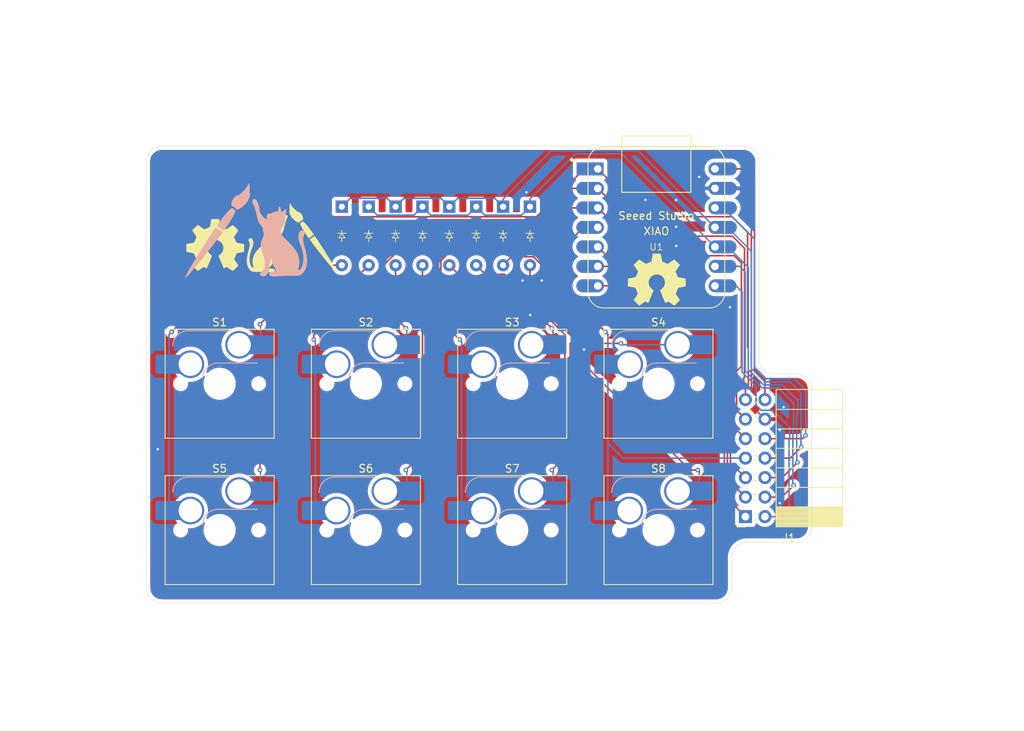
<source format=kicad_pcb>
(kicad_pcb (version 20240108) (generator "pcbnew") (generator_version "8.0")
  (title_block (title "Artpad") (date "2024-10-22") (rev "1"))
  (layers (0 "F.Cu" signal) (31 "B.Cu" signal) (34 "B.Paste" user) (35 "F.Paste" user) (36 "B.SilkS" user "B.Silkscreen") (37 "F.SilkS" user "F.Silkscreen") (38 "B.Mask" user) (39 "F.Mask" user) (44 "Edge.Cuts" user))
  (net 0 "")
  (net 1 "Net-(D1-A)")
  (net 2 "Row0")
  (net 3 "Net-(D2-A)")
  (net 4 "Net-(D3-A)")
  (net 5 "Net-(D4-A)")
  (net 6 "Row1")
  (net 7 "Net-(D5-A)")
  (net 8 "Net-(D6-A)")
  (net 9 "Net-(D7-A)")
  (net 10 "Net-(D8-A)")
  (net 11 "Net-(J1-Pin_14)")
  (net 12 "GND")
  (net 13 "Col0")
  (net 14 "Col1")
  (net 15 "Col2")
  (net 16 "Col3")
  (net 17 "Net-(J1-Pin_2)")
  (net 18 "Net-(J1-Pin_5)")
  (net 19 "Net-(J1-Pin_1)")
  (net 20 "Net-(J1-Pin_4)")
  (net 21 "Net-(J1-Pin_3)")
  (net 22 "Net-(J1-Pin_10)")
  (footprint "ScottoKeebs_Components:Diode_DO-35" (layer "F.Cu") (at 121.54 46.672 -90)
    (property "Reference" "D2" (hide yes))
    (property "Value" "Diode" (hide yes))
    (pad "1" thru_hole rect (at 0 0 270) (size 1.6 1.6) (drill 0.8) (layers "*.Cu" "*.Mask") (net 2 "Row0"))
    (pad "2" thru_hole oval (at 7.62 0 270) (size 1.6 1.6) (drill 0.8) (layers "*.Cu" "*.Mask") (net 3 "Net-(D2-A)"))
  )
  (footprint "ScottoKeebs_Hotswap:Hotswap_MX_Plated_1.00u" (layer "F.Cu") (at 155.775 69.737)
    (property "Reference" "S4" (at 0 -8 0) (layer "F.SilkS"))
    (property "Value" "Keyswitch")
    (pad "" np_thru_hole circle (at -5.08 0) (size 1.75 1.75) (drill 1.75) (layers "F&B.Cu" "*.Mask") (clearance 0.1))
    (pad "" np_thru_hole circle (at 0 0) (size 4 4) (drill 4) (layers "*.Cu" "*.Mask"))
    (pad "" np_thru_hole circle (at 5.08 0) (size 1.75 1.75) (drill 1.75) (layers "*.Cu" "*.Mask"))
    (pad "1" smd roundrect (at -6.585 -2.54) (size 3.55 2.5) (layers "B.Cu") (roundrect_rratio 0.1) (net 16 "Col3"))
    (pad "1" thru_hole circle (at -3.81 -2.54) (size 3.6 3.6) (drill 3.05) (layers "*.Cu" "*.Mask") (net 16 "Col3"))
    (pad "2" thru_hole circle (at 2.54 -5.08) (size 3.6 3.6) (drill 3.05) (layers "*.Cu" "*.Mask") (net 5 "Net-(D4-A)"))
    (pad "2" smd roundrect (at 5.32 -5.08) (size 3.55 2.5) (layers "B.Cu") (roundrect_rratio 0.1) (net 5 "Net-(D4-A)"))
  )
  (footprint "ScottoKeebs_Hotswap:Hotswap_MX_Plated_1.00u" (layer "F.Cu") (at 117.675 88.802)
    (property "Reference" "S6" (at 0 -8 0) (layer "F.SilkS"))
    (property "Value" "Keyswitch")
    (pad "" np_thru_hole circle (at -5.08 0) (size 1.75 1.75) (drill 1.75) (layers "F&B.Cu" "*.Mask") (clearance 0.1))
    (pad "" np_thru_hole circle (at 0 0) (size 4 4) (drill 4) (layers "*.Cu" "*.Mask"))
    (pad "" np_thru_hole circle (at 5.08 0) (size 1.75 1.75) (drill 1.75) (layers "*.Cu" "*.Mask"))
    (pad "1" smd roundrect (at -6.585 -2.54) (size 3.55 2.5) (layers "B.Cu") (roundrect_rratio 0.1) (net 14 "Col1"))
    (pad "1" thru_hole circle (at -3.81 -2.54) (size 3.6 3.6) (drill 3.05) (layers "*.Cu" "*.Mask") (net 14 "Col1"))
    (pad "2" thru_hole circle (at 2.54 -5.08) (size 3.6 3.6) (drill 3.05) (layers "*.Cu" "*.Mask") (net 8 "Net-(D6-A)"))
    (pad "2" smd roundrect (at 5.32 -5.08) (size 3.55 2.5) (layers "B.Cu") (roundrect_rratio 0.1) (net 8 "Net-(D6-A)"))
  )
  (footprint "ScottoKeebs_Hotswap:Hotswap_MX_Plated_1.00u" (layer "F.Cu") (at 98.625 69.737)
    (property "Reference" "S1" (at 0 -8 0) (layer "F.SilkS"))
    (property "Value" "Keyswitch")
    (pad "" np_thru_hole circle (at -5.08 0) (size 1.75 1.75) (drill 1.75) (layers "F&B.Cu" "*.Mask") (clearance 0.1))
    (pad "" np_thru_hole circle (at 0 0) (size 4 4) (drill 4) (layers "*.Cu" "*.Mask"))
    (pad "" np_thru_hole circle (at 5.08 0) (size 1.75 1.75) (drill 1.75) (layers "*.Cu" "*.Mask"))
    (pad "1" smd roundrect (at -6.585 -2.54) (size 3.55 2.5) (layers "B.Cu") (roundrect_rratio 0.1) (net 13 "Col0"))
    (pad "1" thru_hole circle (at -3.81 -2.54) (size 3.6 3.6) (drill 3.05) (layers "*.Cu" "*.Mask") (net 13 "Col0"))
    (pad "2" thru_hole circle (at 2.54 -5.08) (size 3.6 3.6) (drill 3.05) (layers "*.Cu" "*.Mask") (net 1 "Net-(D1-A)"))
    (pad "2" smd roundrect (at 5.32 -5.08) (size 3.55 2.5) (layers "B.Cu") (roundrect_rratio 0.1) (net 1 "Net-(D1-A)"))
  )
  (footprint "ScottoKeebs_Hotswap:Hotswap_MX_Plated_1.00u" (layer "F.Cu") (at 155.775 88.802)
    (property "Reference" "S8" (at 0 -8 0) (layer "F.SilkS"))
    (property "Value" "Keyswitch")
    (pad "" np_thru_hole circle (at -5.08 0) (size 1.75 1.75) (drill 1.75) (layers "F&B.Cu" "*.Mask") (clearance 0.1))
    (pad "" np_thru_hole circle (at 0 0) (size 4 4) (drill 4) (layers "*.Cu" "*.Mask"))
    (pad "" np_thru_hole circle (at 5.08 0) (size 1.75 1.75) (drill 1.75) (layers "*.Cu" "*.Mask"))
    (pad "1" smd roundrect (at -6.585 -2.54) (size 3.55 2.5) (layers "B.Cu") (roundrect_rratio 0.1) (net 16 "Col3"))
    (pad "1" thru_hole circle (at -3.81 -2.54) (size 3.6 3.6) (drill 3.05) (layers "*.Cu" "*.Mask") (net 16 "Col3"))
    (pad "2" thru_hole circle (at 2.54 -5.08) (size 3.6 3.6) (drill 3.05) (layers "*.Cu" "*.Mask") (net 10 "Net-(D8-A)"))
    (pad "2" smd roundrect (at 5.32 -5.08) (size 3.55 2.5) (layers "B.Cu") (roundrect_rratio 0.1) (net 10 "Net-(D8-A)"))
  )
  (footprint "ScottoKeebs_Hotswap:Hotswap_MX_Plated_1.00u" (layer "F.Cu") (at 136.725 88.802)
    (property "Reference" "S7" (at 0 -8 0) (layer "F.SilkS"))
    (property "Value" "Keyswitch")
    (pad "" np_thru_hole circle (at -5.08 0) (size 1.75 1.75) (drill 1.75) (layers "F&B.Cu" "*.Mask") (clearance 0.1))
    (pad "" np_thru_hole circle (at 0 0) (size 4 4) (drill 4) (layers "*.Cu" "*.Mask"))
    (pad "" np_thru_hole circle (at 5.08 0) (size 1.75 1.75) (drill 1.75) (layers "*.Cu" "*.Mask"))
    (pad "1" smd roundrect (at -6.585 -2.54) (size 3.55 2.5) (layers "B.Cu") (roundrect_rratio 0.1) (net 15 "Col2"))
    (pad "1" thru_hole circle (at -3.81 -2.54) (size 3.6 3.6) (drill 3.05) (layers "*.Cu" "*.Mask") (net 15 "Col2"))
    (pad "2" thru_hole circle (at 2.54 -5.08) (size 3.6 3.6) (drill 3.05) (layers "*.Cu" "*.Mask") (net 9 "Net-(D7-A)"))
    (pad "2" smd roundrect (at 5.32 -5.08) (size 3.55 2.5) (layers "B.Cu") (roundrect_rratio 0.1) (net 9 "Net-(D7-A)"))
  )
  (footprint "ScottoKeebs_Components:Diode_DO-35" (layer "F.Cu") (at 128.54 46.672 -90)
    (property "Reference" "D3" (hide yes))
    (property "Value" "Diode" (hide yes))
    (pad "1" thru_hole rect (at 0 0 270) (size 1.6 1.6) (drill 0.8) (layers "*.Cu" "*.Mask") (net 2 "Row0"))
    (pad "2" thru_hole oval (at 7.62 0 270) (size 1.6 1.6) (drill 0.8) (layers "*.Cu" "*.Mask") (net 4 "Net-(D3-A)"))
  )
  (footprint "ScottoKeebs_Components:Diode_DO-35" (layer "F.Cu") (at 125.04 46.672 -90)
    (property "Reference" "D6" (hide yes))
    (property "Value" "Diode" (hide yes))
    (pad "1" thru_hole rect (at 0 0 270) (size 1.6 1.6) (drill 0.8) (layers "*.Cu" "*.Mask") (net 6 "Row1"))
    (pad "2" thru_hole oval (at 7.62 0 270) (size 1.6 1.6) (drill 0.8) (layers "*.Cu" "*.Mask") (net 8 "Net-(D6-A)"))
  )
  (footprint "ScottoKeebs_Components:Diode_DO-35" (layer "F.Cu") (at 139.04 46.672 -90)
    (property "Reference" "D8" (hide yes))
    (property "Value" "Diode" (hide yes))
    (pad "1" thru_hole rect (at 0 0 270) (size 1.6 1.6) (drill 0.8) (layers "*.Cu" "*.Mask") (net 6 "Row1"))
    (pad "2" thru_hole oval (at 7.62 0 270) (size 1.6 1.6) (drill 0.8) (layers "*.Cu" "*.Mask") (net 10 "Net-(D8-A)"))
  )
  (footprint "Seeed_Xiao_RP2040:XIAO-Generic-Hybrid-14P-2.54-21X17.8MM" (layer "F.Cu") (at 155.5 49.362)
    (property "Reference" "U1" (at 0 2.54 0) (layer "F.SilkS") (effects (font (size 0.889 0.889) (thickness 0.1016))))
    (property "Value" "MCU_Seeed_XIAO_RP2040" (hide yes))
    (fp_text user "Seeed Studio" (at 0 -1.5 0) (layer "F.SilkS"))
    (fp_text user "XIAO" (at 0 0.5 0) (layer "F.SilkS"))
    (pad "1" thru_hole rect (at -7.625 -7.62) (size 3.5 1.7) (drill 1 (offset -1 0)) (layers "*.Cu" "*.Mask") (net 13 "Col0"))
    (pad "2" thru_hole oval (at -7.625 -5.08) (size 3.6 1.7) (drill 1 (offset -1 0)) (layers "*.Cu" "*.Mask") (net 14 "Col1"))
    (pad "3" thru_hole oval (at -7.625 -2.54) (size 3.6 1.7) (drill 1 (offset -1 0)) (layers "*.Cu" "*.Mask") (net 15 "Col2"))
    (pad "4" thru_hole oval (at -7.625 0) (size 3.6 1.7) (drill 1 (offset -1 0)) (layers "*.Cu" "*.Mask") (net 16 "Col3"))
    (pad "5" thru_hole oval (at -7.625 2.54) (size 3.6 1.7) (drill 1 (offset -1 0)) (layers "*.Cu" "*.Mask") (net 18 "Net-(J1-Pin_5)"))
    (pad "6" thru_hole oval (at -7.625 5.08 180) (size 3.6 1.7) (drill 1 (offset 1 0)) (layers "*.Cu" "*.Mask") (net 21 "Net-(J1-Pin_3)"))
    (pad "7" thru_hole oval (at -7.625 7.62) (size 3.6 1.7) (drill 1 (offset -1 0)) (layers "*.Cu" "*.Mask") (net 19 "Net-(J1-Pin_1)"))
    (pad "8" thru_hole oval (at 7.625 7.62) (size 3.6 1.7) (drill 1 (offset 1 0)) (layers "*.Cu" "*.Mask") (net 17 "Net-(J1-Pin_2)"))
    (pad "9" thru_hole oval (at 7.625 5.08) (size 3.6 1.7) (drill 1 (offset 1 0)) (layers "*.Cu" "*.Mask") (net 20 "Net-(J1-Pin_4)"))
    (pad "10" thru_hole oval (at 7.625 2.54) (size 3.6 1.7) (drill 1 (offset 1 0)) (layers "*.Cu" "*.Mask") (net 6 "Row1"))
    (pad "11" thru_hole oval (at 7.625 0) (size 3.7 1.7) (drill 1 (offset 1 0)) (layers "*.Cu" "*.Mask") (net 2 "Row0"))
    (pad "12" thru_hole oval (at 7.625 -2.54) (size 3.7 1.7) (drill 1 (offset 1 0)) (layers "*.Cu" "*.Mask") (net 22 "Net-(J1-Pin_10)"))
    (pad "13" thru_hole oval (at 7.625 -5.08) (size 3.7 1.7) (drill 1 (offset 1 0)) (layers "*.Cu" "*.Mask") (net 12 "GND"))
    (pad "14" thru_hole oval (at 7.625 -7.62) (size 3.7 1.7) (drill 1 (offset 1 0)) (layers "*.Cu" "*.Mask") (net 11 "Net-(J1-Pin_14)"))
  )
  (footprint "Artpad:Artpad_logo" (layer "F.Cu") (at 109.608434 50.201696)
    (property "Reference" "G***" (hide yes))
    (property "Value" "LOGO" (hide yes))
  )
  (footprint "ScottoKeebs_Components:Diode_DO-35" (layer "F.Cu") (at 135.54 46.672 -90)
    (property "Reference" "D4" (hide yes))
    (property "Value" "Diode" (hide yes))
    (pad "1" thru_hole rect (at 0 0 270) (size 1.6 1.6) (drill 0.8) (layers "*.Cu" "*.Mask") (net 2 "Row0"))
    (pad "2" thru_hole oval (at 7.62 0 270) (size 1.6 1.6) (drill 0.8) (layers "*.Cu" "*.Mask") (net 5 "Net-(D4-A)"))
  )
  (footprint "ScottoKeebs_Components:Diode_DO-35" (layer "F.Cu") (at 118.04 46.672 -90)
    (property "Reference" "D5" (hide yes))
    (property "Value" "Diode" (hide yes))
    (pad "1" thru_hole rect (at 0 0 270) (size 1.6 1.6) (drill 0.8) (layers "*.Cu" "*.Mask") (net 6 "Row1"))
    (pad "2" thru_hole oval (at 7.62 0 270) (size 1.6 1.6) (drill 0.8) (layers "*.Cu" "*.Mask") (net 7 "Net-(D5-A)"))
  )
  (footprint "Connector_PinSocket_2.54mm:PinSocket_2x07_P2.54mm_Horizontal" (layer "F.Cu") (at 167.1 87.052 180)
    (property "Reference" "J1" (at -5.65 -2.77 180) (layer "F.SilkS"))
    (property "Value" "Conn_01x08_Socket")
    (pad "1" thru_hole rect (at 0 0 180) (size 1.7 1.7) (drill 1) (layers "*.Cu" "*.Mask") (net 19 "Net-(J1-Pin_1)"))
    (pad "2" thru_hole oval (at -2.54 0 180) (size 1.7 1.7) (drill 1) (layers "*.Cu" "*.Mask") (net 17 "Net-(J1-Pin_2)"))
    (pad "3" thru_hole oval (at 0 2.54 180) (size 1.7 1.7) (drill 1) (layers "*.Cu" "*.Mask") (net 21 "Net-(J1-Pin_3)"))
    (pad "4" thru_hole oval (at -2.54 2.54 180) (size 1.7 1.7) (drill 1) (layers "*.Cu" "*.Mask") (net 20 "Net-(J1-Pin_4)"))
    (pad "5" thru_hole oval (at 0 5.08 180) (size 1.7 1.7) (drill 1) (layers "*.Cu" "*.Mask") (net 18 "Net-(J1-Pin_5)"))
    (pad "6" thru_hole oval (at -2.54 5.08 180) (size 1.7 1.7) (drill 1) (layers "*.Cu" "*.Mask") (net 6 "Row1"))
    (pad "7" thru_hole oval (at 0 7.62 180) (size 1.7 1.7) (drill 1) (layers "*.Cu" "*.Mask") (net 16 "Col3"))
    (pad "8" thru_hole oval (at -2.54 7.62 180) (size 1.7 1.7) (drill 1) (layers "*.Cu" "*.Mask") (net 2 "Row0"))
    (pad "9" thru_hole oval (at 0 10.16 180) (size 1.7 1.7) (drill 1) (layers "*.Cu" "*.Mask") (net 15 "Col2"))
    (pad "10" thru_hole oval (at -2.54 10.16 180) (size 1.7 1.7) (drill 1) (layers "*.Cu" "*.Mask") (net 22 "Net-(J1-Pin_10)"))
    (pad "11" thru_hole oval (at 0 12.7 180) (size 1.7 1.7) (drill 1) (layers "*.Cu" "*.Mask") (net 14 "Col1"))
    (pad "12" thru_hole oval (at -2.54 12.7 180) (size 1.7 1.7) (drill 1) (layers "*.Cu" "*.Mask") (net 12 "GND"))
    (pad "13" thru_hole oval (at 0 15.24 180) (size 1.7 1.7) (drill 1) (layers "*.Cu" "*.Mask") (net 13 "Col0"))
    (pad "14" thru_hole oval (at -2.54 15.24 180) (size 1.7 1.7) (drill 1) (layers "*.Cu" "*.Mask") (net 11 "Net-(J1-Pin_14)"))
  )
  (footprint "ScottoKeebs_Hotswap:Hotswap_MX_Plated_1.00u" (layer "F.Cu") (at 98.625 88.802)
    (property "Reference" "S5" (at 0 -8 0) (layer "F.SilkS"))
    (property "Value" "Keyswitch")
    (pad "" np_thru_hole circle (at -5.08 0) (size 1.75 1.75) (drill 1.75) (layers "F&B.Cu" "*.Mask") (clearance 0.1))
    (pad "" np_thru_hole circle (at 0 0) (size 4 4) (drill 4) (layers "*.Cu" "*.Mask"))
    (pad "" np_thru_hole circle (at 5.08 0) (size 1.75 1.75) (drill 1.75) (layers "*.Cu" "*.Mask"))
    (pad "1" smd roundrect (at -6.585 -2.54) (size 3.55 2.5) (layers "B.Cu") (roundrect_rratio 0.1) (net 13 "Col0"))
    (pad "1" thru_hole circle (at -3.81 -2.54) (size 3.6 3.6) (drill 3.05) (layers "*.Cu" "*.Mask") (net 13 "Col0"))
    (pad "2" thru_hole circle (at 2.54 -5.08) (size 3.6 3.6) (drill 3.05) (layers "*.Cu" "*.Mask") (net 7 "Net-(D5-A)"))
    (pad "2" smd roundrect (at 5.32 -5.08) (size 3.55 2.5) (layers "B.Cu") (roundrect_rratio 0.1) (net 7 "Net-(D5-A)"))
  )
  (footprint "Artpad:Open_hardware_mini" (layer "F.Cu") (at 98.075 51.782)
    (property "Reference" "G***" (hide yes))
    (property "Value" "LOGO" (hide yes))
  )
  (footprint "ScottoKeebs_Components:Diode_DO-35" (layer "F.Cu") (at 114.54 46.672 -90)
    (property "Reference" "D1" (hide yes))
    (property "Value" "Diode" (hide yes))
    (pad "1" thru_hole rect (at 0 0 270) (size 1.6 1.6) (drill 0.8) (layers "*.Cu" "*.Mask") (net 2 "Row0"))
    (pad "2" thru_hole oval (at 7.62 0 270) (size 1.6 1.6) (drill 0.8) (layers "*.Cu" "*.Mask") (net 1 "Net-(D1-A)"))
  )
  (footprint "ScottoKeebs_Components:Diode_DO-35" (layer "F.Cu") (at 132.04 46.672 -90)
    (property "Reference" "D7" (hide yes))
    (property "Value" "Diode" (hide yes))
    (pad "1" thru_hole rect (at 0 0 270) (size 1.6 1.6) (drill 0.8) (layers "*.Cu" "*.Mask") (net 6 "Row1"))
    (pad "2" thru_hole oval (at 7.62 0 270) (size 1.6 1.6) (drill 0.8) (layers "*.Cu" "*.Mask") (net 9 "Net-(D7-A)"))
  )
  (footprint "ScottoKeebs_Hotswap:Hotswap_MX_Plated_1.00u" (layer "F.Cu") (at 136.725 69.737)
    (property "Reference" "S3" (at 0 -8 0) (layer "F.SilkS"))
    (property "Value" "Keyswitch")
    (pad "" np_thru_hole circle (at -5.08 0) (size 1.75 1.75) (drill 1.75) (layers "F&B.Cu" "*.Mask") (clearance 0.1))
    (pad "" np_thru_hole circle (at 0 0) (size 4 4) (drill 4) (layers "*.Cu" "*.Mask"))
    (pad "" np_thru_hole circle (at 5.08 0) (size 1.75 1.75) (drill 1.75) (layers "*.Cu" "*.Mask"))
    (pad "1" smd roundrect (at -6.585 -2.54) (size 3.55 2.5) (layers "B.Cu") (roundrect_rratio 0.1) (net 15 "Col2"))
    (pad "1" thru_hole circle (at -3.81 -2.54) (size 3.6 3.6) (drill 3.05) (layers "*.Cu" "*.Mask") (net 15 "Col2"))
    (pad "2" thru_hole circle (at 2.54 -5.08) (size 3.6 3.6) (drill 3.05) (layers "*.Cu" "*.Mask") (net 4 "Net-(D3-A)"))
    (pad "2" smd roundrect (at 5.32 -5.08) (size 3.55 2.5) (layers "B.Cu") (roundrect_rratio 0.1) (net 4 "Net-(D3-A)"))
  )
  (footprint "ScottoKeebs_Hotswap:Hotswap_MX_Plated_1.00u" (layer "F.Cu") (at 117.675 69.737)
    (property "Reference" "S2" (at 0 -8 0) (layer "F.SilkS"))
    (property "Value" "Keyswitch")
    (pad "" np_thru_hole circle (at -5.08 0) (size 1.75 1.75) (drill 1.75) (layers "F&B.Cu" "*.Mask") (clearance 0.1))
    (pad "" np_thru_hole circle (at 0 0) (size 4 4) (drill 4) (layers "*.Cu" "*.Mask"))
    (pad "" np_thru_hole circle (at 5.08 0) (size 1.75 1.75) (drill 1.75) (layers "*.Cu" "*.Mask"))
    (pad "1" smd roundrect (at -6.585 -2.54) (size 3.55 2.5) (layers "B.Cu") (roundrect_rratio 0.1) (net 14 "Col1"))
    (pad "1" thru_hole circle (at -3.81 -2.54) (size 3.6 3.6) (drill 3.05) (layers "*.Cu" "*.Mask") (net 14 "Col1"))
    (pad "2" thru_hole circle (at 2.54 -5.08) (size 3.6 3.6) (drill 3.05) (layers "*.Cu" "*.Mask") (net 3 "Net-(D2-A)"))
    (pad "2" smd roundrect (at 5.32 -5.08) (size 3.55 2.5) (layers "B.Cu") (roundrect_rratio 0.1) (net 3 "Net-(D2-A)"))
  )
  (footprint "Artpad:Open_hardware" (layer "F.Cu") (at 155.575 56.282)
    (property "Reference" "G***" (hide yes))
    (property "Value" "LOGO" (hide yes))
  )
  (footprint "Artpad:Artpad_logo" (layer "B.Cu") (at 100.015078 49.002455 180)
    (property "Reference" "G***" (hide yes))
    (property "Value" "LOGO" (hide yes))
  )
  (gr_line (start 167.3 90.382) (end 173.73 90.382) (stroke (width 0.05)) (layer "Edge.Cuts"))
  (gr_arc (start 175.73 88.382) (mid 175.144214 89.796214) (end 173.73 90.382) (stroke (width 0.05)) (layer "Edge.Cuts"))
  (gr_line (start 173.73 68.482) (end 170.875 68.482) (stroke (width 0.05)) (layer "Edge.Cuts"))
  (gr_arc (start 173.73 68.482) (mid 175.144214 69.067786) (end 175.73 70.482) (stroke (width 0.05)) (layer "Edge.Cuts"))
  (gr_line (start 168.875 40.782) (end 168.875 66.482) (stroke (width 0.05)) (layer "Edge.Cuts"))
  (gr_arc (start 89.075 40.782) (mid 89.660786 39.367786) (end 91.075 38.782) (stroke (width 0.05)) (layer "Edge.Cuts"))
  (gr_line (start 165.3 96.327) (end 165.3 92.382) (stroke (width 0.05)) (layer "Edge.Cuts"))
  (gr_line (start 91.1 98.327) (end 163.3 98.327) (stroke (width 0.05)) (layer "Edge.Cuts"))
  (gr_arc (start 91.1 98.327) (mid 89.685786 97.741214) (end 89.1 96.327) (stroke (width 0.05)) (layer "Edge.Cuts"))
  (gr_arc (start 170.875 68.482) (mid 169.460786 67.896214) (end 168.875 66.482) (stroke (width 0.05)) (layer "Edge.Cuts"))
  (gr_line (start 91.075 38.782) (end 166.875 38.782) (stroke (width 0.05)) (layer "Edge.Cuts"))
  (gr_arc (start 166.875 38.782) (mid 168.289216 39.367786) (end 168.875 40.782) (stroke (width 0.05)) (layer "Edge.Cuts"))
  (gr_arc (start 165.3 92.382) (mid 165.885786 90.967786) (end 167.3 90.382) (stroke (width 0.05)) (layer "Edge.Cuts"))
  (gr_arc (start 165.3 96.327) (mid 164.714214 97.741214) (end 163.3 98.327) (stroke (width 0.05)) (layer "Edge.Cuts"))
  (gr_line (start 89.075 40.782) (end 89.1 96.327) (stroke (width 0.05)) (layer "Edge.Cuts"))
  (gr_line (start 175.73 88.382) (end 175.73 70.482) (stroke (width 0.05)) (layer "Edge.Cuts"))
  (segment (start 111.565 54.292) (end 114.54 54.292) (width 0.2) (layer "F.Cu") (net 1))
  (segment (start 103.875 61.982) (end 111.565 54.292) (width 0.2) (layer "F.Cu") (net 1))
  (via (at 103.875 61.982) (size 0.6) (drill 0.3) (layers "F.Cu" "B.Cu") (net 1))
  (segment (start 103.945 64.657) (end 103.945 62.052) (width 0.2) (layer "B.Cu") (net 1))
  (segment (start 103.945 62.052) (end 103.875 61.982) (width 0.2) (layer "B.Cu") (net 1))
  (segment (start 174.375 77.982) (end 172.925 79.432) (width 0.2) (layer "F.Cu") (net 2))
  (segment (start 172.925 79.432) (end 169.64 79.432) (width 0.2) (layer "F.Cu") (net 2))
  (via (at 174.375 77.982) (size 0.6) (drill 0.3) (layers "F.Cu" "B.Cu") (net 2))
  (segment (start 172.875 69.482) (end 174.33 70.937) (width 0.2) (layer "B.Cu") (net 2))
  (segment (start 115.64 45.572) (end 120.44 45.572) (width 0.2) (layer "B.Cu") (net 2))
  (segment (start 169.61949 69.482) (end 172.875 69.482) (width 0.2) (layer "B.Cu") (net 2))
  (segment (start 127.44 45.572) (end 128.54 46.672) (width 0.2) (layer "B.Cu") (net 2))
  (segment (start 167.865627 67.728137) (end 169.61949 69.482) (width 0.2) (layer "B.Cu") (net 2))
  (segment (start 129.64 45.572) (end 134.44 45.572) (width 0.2) (layer "B.Cu") (net 2))
  (segment (start 141.83 39.382) (end 153.145 39.382) (width 0.2) (layer "B.Cu") (net 2))
  (segment (start 134.44 45.572) (end 135.54 46.672) (width 0.2) (layer "B.Cu") (net 2))
  (segment (start 114.54 46.672) (end 115.64 45.572) (width 0.2) (layer "B.Cu") (net 2))
  (segment (start 153.145 39.382) (end 163.125 49.362) (width 0.2) (layer "B.Cu") (net 2))
  (segment (start 135.54 46.672) (end 135.54 45.672) (width 0.2) (layer "B.Cu") (net 2))
  (segment (start 174.33 70.937) (end 174.33 77.937) (width 0.2) (layer "B.Cu") (net 2))
  (segment (start 163.125 49.362) (end 164.755 49.362) (width 0.2) (layer "B.Cu") (net 2))
  (segment (start 135.54 45.672) (end 141.83 39.382) (width 0.2) (layer "B.Cu") (net 2))
  (segment (start 122.64 45.572) (end 127.44 45.572) (width 0.2) (layer "B.Cu") (net 2))
  (segment (start 174.33 77.937) (end 174.375 77.982) (width 0.2) (layer "B.Cu") (net 2))
  (segment (start 120.44 45.572) (end 121.54 46.672) (width 0.2) (layer "B.Cu") (net 2))
  (segment (start 121.54 46.672) (end 122.64 45.572) (width 0.2) (layer "B.Cu") (net 2))
  (segment (start 128.54 46.672) (end 129.64 45.572) (width 0.2) (layer "B.Cu") (net 2))
  (segment (start 164.755 49.362) (end 167.865627 52.472627) (width 0.2) (layer "B.Cu") (net 2))
  (segment (start 167.865627 52.472627) (end 167.865627 67.728137) (width 0.2) (layer "B.Cu") (net 2))
  (segment (start 122.875 62.482) (end 121.54 61.147) (width 0.2) (layer "F.Cu") (net 3))
  (segment (start 121.54 61.147) (end 121.54 54.292) (width 0.2) (layer "F.Cu") (net 3))
  (via (at 122.875 62.482) (size 0.6) (drill 0.3) (layers "F.Cu" "B.Cu") (net 3))
  (segment (start 122.995 64.657) (end 122.995 62.602) (width 0.2) (layer "B.Cu") (net 3))
  (segment (start 122.995 62.602) (end 122.875 62.482) (width 0.2) (layer "B.Cu") (net 3))
  (segment (start 141.875 62.482) (end 141.375 61.982) (width 0.2) (layer "F.Cu") (net 4))
  (segment (start 136.23 61.982) (end 128.54 54.292) (width 0.2) (layer "F.Cu") (net 4))
  (segment (start 141.375 61.982) (end 136.23 61.982) (width 0.2) (layer "F.Cu") (net 4))
  (via (at 141.875 62.482) (size 0.6) (drill 0.3) (layers "F.Cu" "B.Cu") (net 4))
  (segment (start 142.045 64.657) (end 142.045 62.652) (width 0.2) (layer "B.Cu") (net 4))
  (segment (start 142.045 62.652) (end 141.875 62.482) (width 0.2) (layer "B.Cu") (net 4))
  (segment (start 139.495635 53.192) (end 141.375 55.071365) (width 0.2) (layer "F.Cu") (net 5))
  (segment (start 141.375 58.982) (end 146.875 64.482) (width 0.2) (layer "F.Cu") (net 5))
  (segment (start 136.64 53.192) (end 139.495635 53.192) (width 0.2) (layer "F.Cu") (net 5))
  (segment (start 135.54 54.292) (end 136.64 53.192) (width 0.2) (layer "F.Cu") (net 5))
  (segment (start 146.875 64.482) (end 150.875 64.482) (width 0.2) (layer "F.Cu") (net 5))
  (segment (start 141.375 55.071365) (end 141.375 58.982) (width 0.2) (layer "F.Cu") (net 5))
  (via (at 150.875 64.482) (size 0.6) (drill 0.3) (layers "F.Cu" "B.Cu") (net 5))
  (segment (start 150.875 64.482) (end 151.05 64.657) (width 0.2) (layer "B.Cu") (net 5))
  (segment (start 151.05 64.657) (end 158.315 64.657) (width 0.2) (layer "B.Cu") (net 5))
  (segment (start 173.875 79.982) (end 171.885 81.972) (width 0.2) (layer "F.Cu") (net 6))
  (segment (start 171.885 81.972) (end 169.64 81.972) (width 0.2) (layer "F.Cu") (net 6))
  (via (at 173.875 79.982) (size 0.6) (drill 0.3) (layers "F.Cu" "B.Cu") (net 6))
  (segment (start 167.465627 67.893823) (end 169.453804 69.882) (width 0.2) (layer "B.Cu") (net 6))
  (segment (start 171.875 69.882) (end 173.775 71.782) (width 0.2) (layer "B.Cu") (net 6))
  (segment (start 125.04 46.672) (end 126.14 47.772) (width 0.2) (layer "B.Cu") (net 6))
  (segment (start 133.14 47.772) (end 137.94 47.772) (width 0.2) (layer "B.Cu") (net 6))
  (segment (start 173.775 73.637) (end 173.775 79.882) (width 0.2) (layer "B.Cu") (net 6))
  (segment (start 137.94 47.772) (end 139.04 46.672) (width 0.2) (layer "B.Cu") (net 6))
  (segment (start 144.93 39.782) (end 151.005 39.782) (width 0.2) (layer "B.Cu") (net 6))
  (segment (start 173.775 71.782) (end 173.93 71.782) (width 0.2) (layer "B.Cu") (net 6))
  (segment (start 169.453804 69.882) (end 171.875 69.882) (width 0.2) (layer "B.Cu") (net 6))
  (segment (start 139.04 46.672) (end 139.04 45.672) (width 0.2) (layer "B.Cu") (net 6))
  (segment (start 167.465627 54.572627) (end 167.465627 67.893823) (width 0.2) (layer "B.Cu") (net 6))
  (segment (start 123.94 47.772) (end 125.04 46.672) (width 0.2) (layer "B.Cu") (net 6))
  (segment (start 173.93 73.482) (end 173.775 73.637) (width 0.2) (layer "B.Cu") (net 6))
  (segment (start 132.04 46.672) (end 133.14 47.772) (width 0.2) (layer "B.Cu") (net 6))
  (segment (start 126.14 47.772) (end 130.94 47.772) (width 0.2) (layer "B.Cu") (net 6))
  (segment (start 118.04 46.672) (end 119.14 47.772) (width 0.2) (layer "B.Cu") (net 6))
  (segment (start 139.04 45.672) (end 144.93 39.782) (width 0.2) (layer "B.Cu") (net 6))
  (segment (start 130.94 47.772) (end 132.04 46.672) (width 0.2) (layer "B.Cu") (net 6))
  (segment (start 151.005 39.782) (end 163.125 51.902) (width 0.2) (layer "B.Cu") (net 6))
  (segment (start 173.775 79.882) (end 173.875 79.982) (width 0.2) (layer "B.Cu") (net 6))
  (segment (start 163.125 51.902) (end 164.795 51.902) (width 0.2) (layer "B.Cu") (net 6))
  (segment (start 173.93 71.782) (end 173.93 73.482) (width 0.2) (layer "B.Cu") (net 6))
  (segment (start 164.795 51.902) (end 167.465627 54.572627) (width 0.2) (layer "B.Cu") (net 6))
  (segment (start 119.14 47.772) (end 123.94 47.772) (width 0.2) (layer "B.Cu") (net 6))
  (segment (start 107.375 64.957) (end 118.04 54.292) (width 0.2) (layer "F.Cu") (net 7))
  (segment (start 107.375 68.982) (end 107.375 64.957) (width 0.2) (layer "F.Cu") (net 7))
  (segment (start 103.875 72.482) (end 107.375 68.982) (width 0.2) (layer "F.Cu") (net 7))
  (segment (start 103.875 80.982) (end 103.875 72.482) (width 0.2) (layer "F.Cu") (net 7))
  (via (at 103.875 80.982) (size 0.6) (drill 0.3) (layers "F.Cu" "B.Cu") (net 7))
  (segment (start 103.945 81.052) (end 103.875 80.982) (width 0.2) (layer "B.Cu") (net 7))
  (segment (start 103.945 83.722) (end 103.945 81.052) (width 0.2) (layer "B.Cu") (net 7))
  (segment (start 125.04 78.817) (end 125.04 54.292) (width 0.2) (layer "F.Cu") (net 8))
  (segment (start 122.875 80.982) (end 125.04 78.817) (width 0.2) (layer "F.Cu") (net 8))
  (via (at 122.875 80.982) (size 0.6) (drill 0.3) (layers "F.Cu" "B.Cu") (net 8))
  (segment (start 122.995 83.722) (end 122.995 81.102) (width 0.2) (layer "B.Cu") (net 8))
  (segment (start 122.995 81.102) (end 122.875 80.982) (width 0.2) (layer "B.Cu") (net 8))
  (segment (start 135.723529 55.482) (end 133.23 55.482) (width 0.2) (layer "F.Cu") (net 9))
  (segment (start 141.875 80.982) (end 143.575 79.282) (width 0.2) (layer "F.Cu") (net 9))
  (segment (start 143.575 63.333471) (end 135.723529 55.482) (width 0.2) (layer "F.Cu") (net 9))
  (segment (start 133.23 55.482) (end 132.04 54.292) (width 0.2) (layer "F.Cu") (net 9))
  (segment (start 143.575 79.282) (end 143.575 63.333471) (width 0.2) (layer "F.Cu") (net 9))
  (via (at 141.875 80.982) (size 0.6) (drill 0.3) (layers "F.Cu" "B.Cu") (net 9))
  (segment (start 142.045 83.722) (end 142.045 81.152) (width 0.2) (layer "B.Cu") (net 9))
  (segment (start 142.045 81.152) (end 141.875 80.982) (width 0.2) (layer "B.Cu") (net 9))
  (segment (start 159.875 80.982) (end 145.075 66.182) (width 0.2) (layer "F.Cu") (net 10))
  (segment (start 145.075 64.182) (end 139.875 58.982) (width 0.2) (layer "F.Cu") (net 10))
  (segment (start 139.875 57.982) (end 139.04 57.147) (width 0.2) (layer "F.Cu") (net 10))
  (segment (start 160.875 80.982) (end 159.875 80.982) (width 0.2) (layer "F.Cu") (net 10))
  (segment (start 139.875 58.982) (end 139.875 57.982) (width 0.2) (layer "F.Cu") (net 10))
  (segment (start 145.075 66.182) (end 145.075 64.182) (width 0.2) (layer "F.Cu") (net 10))
  (segment (start 139.04 57.147) (end 139.04 54.292) (width 0.2) (layer "F.Cu") (net 10))
  (via (at 160.875 80.982) (size 0.6) (drill 0.3) (layers "F.Cu" "B.Cu") (net 10))
  (segment (start 161.095 83.722) (end 161.095 81.202) (width 0.2) (layer "B.Cu") (net 10))
  (segment (start 161.095 81.202) (end 160.875 80.982) (width 0.2) (layer "B.Cu") (net 10))
  (segment (start 163.125 41.742) (end 167.135 41.742) (width 0.2) (layer "F.Cu") (net 11))
  (segment (start 167.135 41.742) (end 168.275 42.882) (width 0.2) (layer "F.Cu") (net 11))
  (segment (start 169.64 69.247) (end 169.64 71.812) (width 0.2) (layer "F.Cu") (net 11))
  (segment (start 168.275 67.882) (end 169.64 69.247) (width 0.2) (layer "F.Cu") (net 11))
  (segment (start 168.275 42.882) (end 168.275 67.882) (width 0.2) (layer "F.Cu") (net 11))
  (segment (start 167.875 70.720654) (end 168.49 71.335654) (width 0.2) (layer "F.Cu") (net 12))
  (segment (start 168.49 73.202) (end 169.64 74.352) (width 0.2) (layer "F.Cu") (net 12))
  (segment (start 167.875 45.982) (end 167.875 70.720654) (width 0.2) (layer "F.Cu") (net 12))
  (segment (start 166.175 44.282) (end 167.875 45.982) (width 0.2) (layer "F.Cu") (net 12))
  (segment (start 163.125 44.282) (end 166.175 44.282) (width 0.2) (layer "F.Cu") (net 12))
  (segment (start 168.49 71.335654) (end 168.49 73.202) (width 0.2) (layer "F.Cu") (net 12))
  (via (at 171.575 85.282) (size 0.6) (drill 0.3) (layers "F.Cu" "B.Cu") (net 12))
  (via (at 138.575 44.782) (size 0.6) (drill 0.3) (layers "F.Cu" "B.Cu") (net 12))
  (via (at 171.575 75.782) (size 0.6) (drill 0.3) (layers "F.Cu" "B.Cu") (net 12))
  (via (at 154.075 45.782) (size 0.6) (drill 0.3) (layers "F.Cu" "B.Cu") (net 12))
  (via (at 158.075 49.282) (size 0.6) (drill 0.3) (layers "F.Cu" "B.Cu") (net 12))
  (via (at 158.075 51.782) (size 0.6) (drill 0.3) (layers "F.Cu" "B.Cu") (net 12))
  (via (at 146.075 65.282) (size 0.6) (drill 0.3) (layers "F.Cu" "B.Cu") (net 12))
  (via (at 140.575 56.282) (size 0.6) (drill 0.3) (layers "F.Cu" "B.Cu") (net 12))
  (via (at 90.575 78.282) (size 0.6) (drill 0.3) (layers "F.Cu" "B.Cu") (net 12))
  (via (at 161.075 42.782) (size 0.6) (drill 0.3) (layers "F.Cu" "B.Cu") (net 12))
  (via (at 138.075 56.282) (size 0.6) (drill 0.3) (layers "F.Cu" "B.Cu") (net 12))
  (via (at 157.075 55.782) (size 0.6) (drill 0.3) (layers "F.Cu" "B.Cu") (net 12))
  (via (at 158.075 45.782) (size 0.6) (drill 0.3) (layers "F.Cu" "B.Cu") (net 12))
  (via (at 139.075 60.782) (size 0.6) (drill 0.3) (layers "F.Cu" "B.Cu") (net 12))
  (via (at 165.075 59.782) (size 0.6) (drill 0.3) (layers "F.Cu" "B.Cu") (net 12))
  (via (at 172.075 72.782) (size 0.6) (drill 0.3) (layers "F.Cu" "B.Cu") (net 12))
  (segment (start 92.375 62.982) (end 107.375 47.982) (width 0.2) (layer "F.Cu") (net 13))
  (segment (start 154.105 47.972) (end 165.365 47.972) (width 0.2) (layer "F.Cu") (net 13))
  (segment (start 107.375 47.982) (end 139.875 47.982) (width 0.2) (layer "F.Cu") (net 13))
  (segment (start 167.475 69.982) (end 167.1 70.357) (width 0.2) (layer "F.Cu") (net 13))
  (segment (start 167.475 65.082) (end 167.475 69.982) (width 0.2) (layer "F.Cu") (net 13))
  (segment (start 147.875 41.742) (end 154.105 47.972) (width 0.2) (layer "F.Cu") (net 13))
  (segment (start 165.365 47.972) (end 167.375 49.982) (width 0.2) (layer "F.Cu") (net 13))
  (segment (start 139.875 47.982) (end 146.115 41.742) (width 0.2) (layer "F.Cu") (net 13))
  (segment (start 167.375 49.982) (end 167.375 64.982) (width 0.2) (layer "F.Cu") (net 13))
  (segment (start 146.115 41.742) (end 147.875 41.742) (width 0.2) (layer "F.Cu") (net 13))
  (segment (start 167.1 70.357) (end 167.1 71.812) (width 0.2) (layer "F.Cu") (net 13))
  (segment (start 167.375 64.982) (end 167.475 65.082) (width 0.2) (layer "F.Cu") (net 13))
  (via (at 92.375 62.982) (size 0.6) (drill 0.3) (layers "F.Cu" "B.Cu") (net 13))
  (segment (start 92.04 63.317) (end 92.375 62.982) (width 0.2) (layer "B.Cu") (net 13))
  (segment (start 92.04 67.197) (end 92.04 63.317) (width 0.2) (layer "B.Cu") (net 13))
  (segment (start 92.04 67.197) (end 92.04 86.262) (width 0.2) (layer "B.Cu") (net 13))
  (segment (start 147.875 44.282) (end 154.105 50.512) (width 0.2) (layer "F.Cu") (net 14))
  (segment (start 165.95 73.202) (end 167.1 74.352) (width 0.2) (layer "F.Cu") (net 14))
  (segment (start 110.875 63.982) (end 110.875 63.401365) (width 0.2) (layer "F.Cu") (net 14))
  (segment (start 165.95 70.407) (end 165.95 73.202) (width 0.2) (layer "F.Cu") (net 14))
  (segment (start 154.105 50.512) (end 165.405 50.512) (width 0.2) (layer "F.Cu") (net 14))
  (segment (start 166.975 68.882) (end 166.875 68.982) (width 0.2) (layer "F.Cu") (net 14))
  (segment (start 125.894365 48.382) (end 140.040686 48.382) (width 0.2) (layer "F.Cu") (net 14))
  (segment (start 166.975 52.082) (end 166.975 68.882) (width 0.2) (layer "F.Cu") (net 14))
  (segment (start 110.875 63.401365) (end 125.894365 48.382) (width 0.2) (layer "F.Cu") (net 14))
  (segment (start 166.875 68.982) (end 166.875 69.482) (width 0.2) (layer "F.Cu") (net 14))
  (segment (start 140.040686 48.382) (end 144.140686 44.282) (width 0.2) (layer "F.Cu") (net 14))
  (segment (start 144.140686 44.282) (end 147.875 44.282) (width 0.2) (layer "F.Cu") (net 14))
  (segment (start 166.875 69.482) (end 165.95 70.407) (width 0.2) (layer "F.Cu") (net 14))
  (segment (start 165.405 50.512) (end 166.975 52.082) (width 0.2) (layer "F.Cu") (net 14))
  (via (at 110.875 63.982) (size 0.6) (drill 0.3) (layers "F.Cu" "B.Cu") (net 14))
  (segment (start 111.09 67.197) (end 111.09 86.262) (width 0.2) (layer "B.Cu") (net 14))
  (segment (start 111.09 64.197) (end 110.875 63.982) (width 0.2) (layer "B.Cu") (net 14))
  (segment (start 111.09 67.197) (end 111.09 64.197) (width 0.2) (layer "B.Cu") (net 14))
  (segment (start 166.575 53.982) (end 166.575 67.482) (width 0.2) (layer "F.Cu") (net 15))
  (segment (start 127.44 61.547) (end 127.44 53.717) (width 0.2) (layer "F.Cu") (net 15))
  (segment (start 147.875 46.822) (end 154.105 53.052) (width 0.2) (layer "F.Cu") (net 15))
  (segment (start 132.375 48.782) (end 140.206372 48.782) (width 0.2) (layer "F.Cu") (net 15))
  (segment (start 142.166372 46.822) (end 147.875 46.822) (width 0.2) (layer "F.Cu") (net 15))
  (segment (start 127.44 53.717) (end 132.375 48.782) (width 0.2) (layer "F.Cu") (net 15))
  (segment (start 140.206372 48.782) (end 142.166372 46.822) (width 0.2) (layer "F.Cu") (net 15))
  (segment (start 165.645 53.052) (end 166.575 53.982) (width 0.2) (layer "F.Cu") (net 15))
  (segment (start 165.55 75.342) (end 167.1 76.892) (width 0.2) (layer "F.Cu") (net 15))
  (segment (start 166.575 67.482) (end 165.55 68.507) (width 0.2) (layer "F.Cu") (net 15))
  (segment (start 129.875 63.982) (end 127.44 61.547) (width 0.2) (layer "F.Cu") (net 15))
  (segment (start 154.105 53.052) (end 165.645 53.052) (width 0.2) (layer "F.Cu") (net 15))
  (segment (start 165.55 68.507) (end 165.55 75.342) (width 0.2) (layer "F.Cu") (net 15))
  (via (at 129.875 63.982) (size 0.6) (drill 0.3) (layers "F.Cu" "B.Cu") (net 15))
  (segment (start 130.14 67.197) (end 130.14 64.247) (width 0.2) (layer "B.Cu") (net 15))
  (segment (start 130.14 67.197) (end 130.14 86.262) (width 0.2) (layer "B.Cu") (net 15))
  (segment (start 130.14 64.247) (end 129.875 63.982) (width 0.2) (layer "B.Cu") (net 15))
  (segment (start 148.375 62.482) (end 145.875 62.482) (width 0.2) (layer "F.Cu") (net 16))
  (segment (start 148.875 62.982) (end 148.375 62.482) (width 0.2) (layer "F.Cu") (net 16))
  (segment (start 142.375 52.982) (end 145.995 49.362) (width 0.2) (layer "F.Cu") (net 16))
  (segment (start 142.375 58.982) (end 142.375 52.982) (width 0.2) (layer "F.Cu") (net 16))
  (segment (start 145.995 49.362) (end 147.875 49.362) (width 0.2) (layer "F.Cu") (net 16))
  (segment (start 145.875 62.482) (end 142.375 58.982) (width 0.2) (layer "F.Cu") (net 16))
  (via (at 148.875 62.982) (size 0.6) (drill 0.3) (layers "F.Cu" "B.Cu") (net 16))
  (segment (start 149.19 67.197) (end 149.19 63.297) (width 0.2) (layer "B.Cu") (net 16))
  (segment (start 149.19 67.197) (end 149.19 77.482) (width 0.2) (layer "B.Cu") (net 16))
  (segment (start 149.19 63.297) (end 148.875 62.982) (width 0.2) (layer "B.Cu") (net 16))
  (segment (start 149.19 77.482) (end 149.19 86.262) (width 0.2) (layer "B.Cu") (net 16))
  (segment (start 167.1 79.432) (end 151.14 79.432) (width 0.2) (layer "B.Cu") (net 16))
  (segment (start 151.14 79.432) (end 149.19 77.482) (width 0.2) (layer "B.Cu") (net 16))
  (segment (start 166.665627 68.225195) (end 168.49 70.049568) (width 0.2) (layer "B.Cu") (net 17))
  (segment (start 168.49 70.049568) (end 168.49 72.528346) (width 0.2) (layer "B.Cu") (net 17))
  (segment (start 171.305 87.052) (end 169.64 87.052) (width 0.2) (layer "B.Cu") (net 17))
  (segment (start 172.775 77.082) (end 172.775 85.382) (width 0.2) (layer "B.Cu") (net 17))
  (segment (start 172.875 75.416314) (end 172.875 76.982) (width 0.2) (layer "B.Cu") (net 17))
  (segment (start 172.875 76.982) (end 172.775 77.082) (width 0.2) (layer "B.Cu") (net 17))
  (segment (start 169.163654 73.202) (end 170.660686 73.202) (width 0.2) (layer "B.Cu") (net 17))
  (segment (start 170.660686 73.202) (end 172.875 75.416314) (width 0.2) (layer "B.Cu") (net 17))
  (segment (start 165.875 56.982) (end 166.665627 57.772627) (width 0.2) (layer "B.Cu") (net 17))
  (segment (start 168.49 72.528346) (end 169.163654 73.202) (width 0.2) (layer "B.Cu") (net 17))
  (segment (start 166.665627 57.772627) (end 166.665627 68.225195) (width 0.2) (layer "B.Cu") (net 17))
  (segment (start 163.125 56.982) (end 165.875 56.982) (width 0.2) (layer "B.Cu") (net 17))
  (segment (start 172.875 85.482) (end 171.305 87.052) (width 0.2) (layer "B.Cu") (net 17))
  (segment (start 172.775 85.382) (end 172.875 85.482) (width 0.2) (layer "B.Cu") (net 17))
  (segment (start 147.875 51.902) (end 154.455 58.482) (width 0.2) (layer "F.Cu") (net 18))
  (segment (start 165.15 61.757) (end 165.15 80.022) (width 0.2) (layer "F.Cu") (net 18))
  (segment (start 161.875 58.482) (end 165.15 61.757) (width 0.2) (layer "F.Cu") (net 18))
  (segment (start 154.455 58.482) (end 161.875 58.482) (width 0.2) (layer "F.Cu") (net 18))
  (segment (start 165.15 80.022) (end 167.1 81.972) (width 0.2) (layer "F.Cu") (net 18))
  (segment (start 147.875 56.982) (end 151.375 56.982) (width 0.2) (layer "F.Cu") (net 19))
  (segment (start 153.775 59.382) (end 161.643628 59.382) (width 0.2) (layer "F.Cu") (net 19))
  (segment (start 164.35 62.088372) (end 164.35 84.302) (width 0.2) (layer "F.Cu") (net 19))
  (segment (start 151.375 56.982) (end 153.775 59.382) (width 0.2) (layer "F.Cu") (net 19))
  (segment (start 164.35 84.302) (end 167.1 87.052) (width 0.2) (layer "F.Cu") (net 19))
  (segment (start 161.643628 59.382) (end 164.35 62.088372) (width 0.2) (layer "F.Cu") (net 19))
  (segment (start 171.845 84.512) (end 169.64 84.512) (width 0.2) (layer "F.Cu") (net 20))
  (segment (start 173.375 82.982) (end 171.845 84.512) (width 0.2) (layer "F.Cu") (net 20))
  (via (at 173.375 82.982) (size 0.6) (drill 0.3) (layers "F.Cu" "B.Cu") (net 20))
  (segment (start 169.288118 70.282) (end 171.375 70.282) (width 0.2) (layer "B.Cu") (net 20))
  (segment (start 173.375 72.282) (end 173.375 75.482) (width 0.2) (layer "B.Cu") (net 20))
  (segment (start 167.065627 55.172627) (end 167.065627 62.482) (width 0.2) (layer "B.Cu") (net 20))
  (segment (start 166.335 54.442) (end 167.065627 55.172627) (width 0.2) (layer "B.Cu") (net 20))
  (segment (start 173.375 75.482) (end 173.275 75.582) (width 0.2) (layer "B.Cu") (net 20))
  (segment (start 167.065627 62.482) (end 167.065627 68.059509) (width 0.2) (layer "B.Cu") (net 20))
  (segment (start 163.125 54.442) (end 166.335 54.442) (width 0.2) (layer "B.Cu") (net 20))
  (segment (start 173.275 82.882) (end 173.375 82.982) (width 0.2) (layer "B.Cu") (net 20))
  (segment (start 167.065627 68.059509) (end 169.288118 70.282) (width 0.2) (layer "B.Cu") (net 20))
  (segment (start 171.375 70.282) (end 173.375 72.282) (width 0.2) (layer "B.Cu") (net 20))
  (segment (start 173.275 75.582) (end 173.275 82.882) (width 0.2) (layer "B.Cu") (net 20))
  (segment (start 164.75 82.162) (end 167.1 84.512) (width 0.2) (layer "F.Cu") (net 21))
  (segment (start 149.849314 54.442) (end 154.389314 58.982) (width 0.2) (layer "F.Cu") (net 21))
  (segment (start 154.389314 58.982) (end 161.809314 58.982) (width 0.2) (layer "F.Cu") (net 21))
  (segment (start 161.809314 58.982) (end 164.75 61.922686) (width 0.2) (layer "F.Cu") (net 21))
  (segment (start 164.75 61.922686) (end 164.75 82.162) (width 0.2) (layer "F.Cu") (net 21))
  (segment (start 147.875 54.442) (end 149.849314 54.442) (width 0.2) (layer "F.Cu") (net 21))
  (segment (start 174.93 76.482) (end 174.52 76.892) (width 0.2) (layer "F.Cu") (net 22))
  (segment (start 174.52 76.892) (end 169.64 76.892) (width 0.2) (layer "F.Cu") (net 22))
  (via (at 174.93 76.482) (size 0.6) (drill 0.3) (layers "F.Cu" "B.Cu") (net 22))
  (segment (start 164.211346 46.822) (end 168.265627 50.876281) (width 0.2) (layer "B.Cu") (net 22))
  (segment (start 169.785176 69.082) (end 173.375 69.082) (width 0.2) (layer "B.Cu") (net 22))
  (segment (start 174.93 70.537) (end 174.93 76.482) (width 0.2) (layer "B.Cu") (net 22))
  (segment (start 173.375 69.082) (end 173.475 69.082) (width 0.2) (layer "B.Cu") (net 22))
  (segment (start 168.265627 50.876281) (end 168.265627 67.562451) (width 0.2) (layer "B.Cu") (net 22))
  (segment (start 163.125 46.822) (end 164.211346 46.822) (width 0.2) (layer "B.Cu") (net 22))
  (segment (start 173.475 69.082) (end 174.93 70.537) (width 0.2) (layer "B.Cu") (net 22))
  (segment (start 168.265627 67.562451) (end 169.785176 69.082) (width 0.2) (layer "B.Cu") (net 22))
  (zone (net 12) (net_name "GND") (layers "F&B.Cu") (name "GND") (connect_pads (clearance 0.5)) (min_thickness 0.25) (fill yes (thermal_gap 0.5) (thermal_bridge_width 0.5))
    (polygon (pts (xy 70.025 19.732) (xy 203.375 19.732) (xy 203.375 114.982) (xy 70.025 114.982)))
  )
)
</source>
